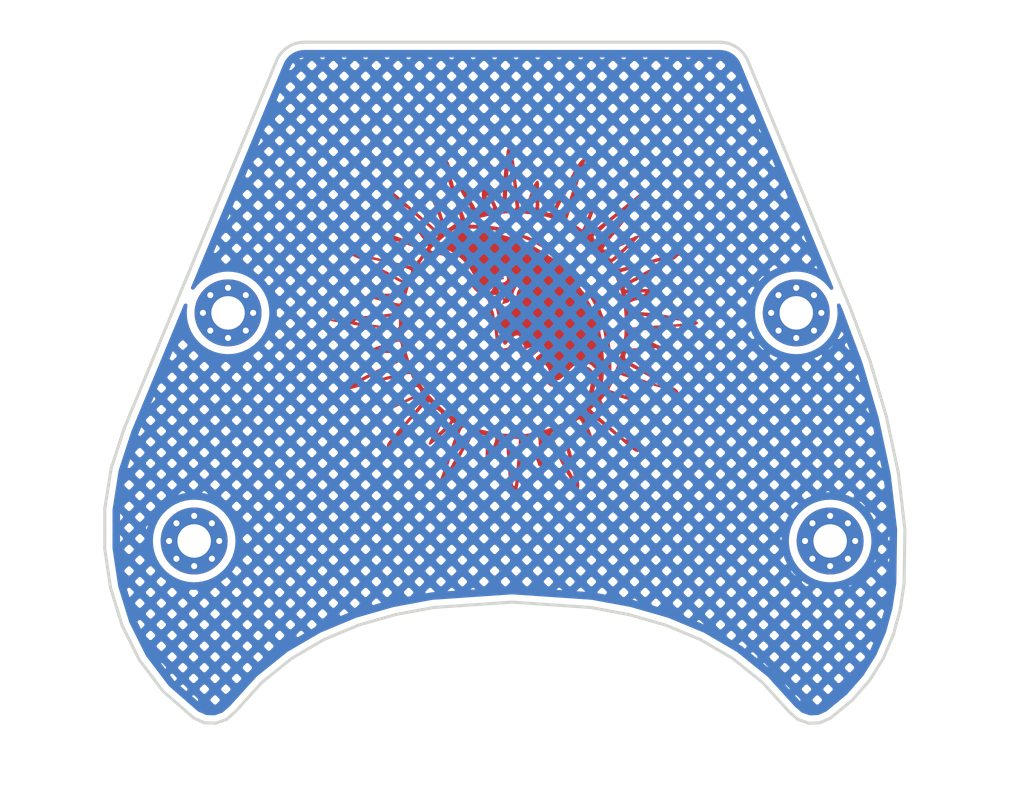
<source format=kicad_pcb>
(kicad_pcb (version 20211014) (generator pcbnew)
  (layers (0 "F.Cu" signal) (31 "B.Cu" signal) (34 "B.Paste" user) (35 "F.Paste" user) (36 "B.SilkS" user "B.Silkscreen") (37 "F.SilkS" user "F.Silkscreen") (38 "B.Mask" user) (39 "F.Mask" user) (44 "Edge.Cuts" user))
  (net 0 "")
  (footprint "the-moon:moon" (layer "F.Cu") (at 148.095159 87.273449)
    (fp_text reference "G***" hide)
    (fp_text value "LOGO" hide)
  )
  (footprint "MountingHole:MountingHole_2.2mm_M2_Pad_Via" (layer "F.Cu") (at 166.777318 86.487)
    (fp_text reference "REF**" hide)
    (fp_text value "MountingHole_2.2mm_M2_Pad_Via")
  )
  (footprint "the-moon:moon" (layer "F.Cu") (at 148.095159 87.273449)
    (fp_text reference "G***" hide)
    (fp_text value "LOGO" hide)
  )
  (footprint "MountingHole:MountingHole_2.2mm_M2_Pad_Via" (layer "F.Cu") (at 129.413 86.487)
    (fp_text reference "REF**" hide)
    (fp_text value "MountingHole_2.2mm_M2_Pad_Via")
  )
  (footprint "MountingHole:MountingHole_2.2mm_M2_Pad_Via" (layer "F.Cu") (at 169.005396 101.487)
    (fp_text reference "REF**" hide)
    (fp_text value "MountingHole_2.2mm_M2_Pad_Via")
  )
  (footprint "MountingHole:MountingHole_2.2mm_M2_Pad_Via" (layer "F.Cu") (at 127.184922 101.487)
    (fp_text reference "REF**" hide)
    (fp_text value "MountingHole_2.2mm_M2_Pad_Via")
  )
  (gr_line (start 128.604136 113.468205) (end 127.847562 113.436237) (layer "Edge.Cuts") (width 0.2))
  (gr_line (start 170.353587 86.231357) (end 163.597878 69.921633) (layer "Edge.Cuts") (width 0.2))
  (gr_line (start 173.486053 96.989033) (end 172.693689 93.274821) (layer "Edge.Cuts") (width 0.2))
  (gr_line (start 169.033917 113.126996) (end 168.343606 113.437833) (layer "Edge.Cuts") (width 0.2))
  (gr_line (start 121.307722 99.374529) (end 121.305396 102.001988) (layer "Edge.Cuts") (width 0.2))
  (gr_line (start 135.727635 107.964224) (end 138.010637 107.015413) (layer "Edge.Cuts") (width 0.2))
  (gr_line (start 132.59244 69.921633) (end 122.583922 94.084333) (layer "Edge.Cuts") (width 0.2))
  (gr_line (start 121.305396 102.001988) (end 121.687775 104.570097) (layer "Edge.Cuts") (width 0.2))
  (gr_arc (start 132.59244 69.921633) (mid 133.329059 69.024061) (end 134.440199 68.687) (layer "Edge.Cuts") (width 0.2))
  (gr_line (start 131.644343 110.78123) (end 133.597518 109.207526) (layer "Edge.Cuts") (width 0.2))
  (gr_line (start 173.920068 100.707931) (end 173.486053 96.989033) (layer "Edge.Cuts") (width 0.2))
  (gr_line (start 173.155863 107.668074) (end 173.603871 106.029016) (layer "Edge.Cuts") (width 0.2))
  (gr_line (start 125.140595 111.368198) (end 127.157103 113.125282) (layer "Edge.Cuts") (width 0.2))
  (gr_line (start 142.923917 105.859897) (end 148.095579 105.506413) (layer "Edge.Cuts") (width 0.2))
  (gr_line (start 167.587209 113.469818) (end 166.87311 113.218358) (layer "Edge.Cuts") (width 0.2))
  (gr_line (start 148.095579 105.506413) (end 153.26724 105.860359) (layer "Edge.Cuts") (width 0.2))
  (gr_line (start 122.443592 107.027912) (end 123.583919 109.31546) (layer "Edge.Cuts") (width 0.2))
  (gr_line (start 164.546816 110.782657) (end 166.303309 112.71906) (layer "Edge.Cuts") (width 0.2))
  (gr_line (start 172.497341 109.212084) (end 173.155863 107.668074) (layer "Edge.Cuts") (width 0.2))
  (gr_line (start 129.318365 113.216605) (end 128.604136 113.468205) (layer "Edge.Cuts") (width 0.2))
  (gr_line (start 160.463517 107.965319) (end 162.593636 109.2088) (layer "Edge.Cuts") (width 0.2))
  (gr_line (start 155.771893 106.325679) (end 158.180515 107.016311) (layer "Edge.Cuts") (width 0.2))
  (gr_line (start 129.88786 112.717504) (end 131.644343 110.78123) (layer "Edge.Cuts") (width 0.2))
  (gr_line (start 171.632785 89.665445) (end 170.353587 86.231357) (layer "Edge.Cuts") (width 0.2))
  (gr_line (start 122.583922 94.084333) (end 121.723016 96.726876) (layer "Edge.Cuts") (width 0.2))
  (gr_line (start 138.010637 107.015413) (end 140.419261 106.324993) (layer "Edge.Cuts") (width 0.2))
  (gr_line (start 129.88786 112.717504) (end 129.318365 113.216605) (layer "Edge.Cuts") (width 0.2))
  (gr_arc (start 161.750119 68.687) (mid 162.861259 69.024061) (end 163.597878 69.921633) (layer "Edge.Cuts") (width 0.2))
  (gr_line (start 133.597518 109.207526) (end 135.727635 107.964224) (layer "Edge.Cuts") (width 0.2))
  (gr_line (start 140.419261 106.324993) (end 142.923917 105.859897) (layer "Edge.Cuts") (width 0.2))
  (gr_line (start 162.593636 109.2088) (end 164.546816 110.782657) (layer "Edge.Cuts") (width 0.2))
  (gr_line (start 127.847562 113.436237) (end 127.157103 113.125282) (layer "Edge.Cuts") (width 0.2))
  (gr_line (start 173.603871 106.029016) (end 173.865295 104.311421) (layer "Edge.Cuts") (width 0.2))
  (gr_line (start 123.583919 109.31546) (end 125.140595 111.368198) (layer "Edge.Cuts") (width 0.2))
  (gr_line (start 173.865295 104.311421) (end 173.920068 100.707931) (layer "Edge.Cuts") (width 0.2))
  (gr_line (start 172.693689 93.274821) (end 171.632785 89.665445) (layer "Edge.Cuts") (width 0.2))
  (gr_line (start 158.180515 107.016311) (end 160.463517 107.965319) (layer "Edge.Cuts") (width 0.2))
  (gr_line (start 121.723016 96.726876) (end 121.307722 99.374529) (layer "Edge.Cuts") (width 0.2))
  (gr_line (start 121.687775 104.570097) (end 122.443592 107.027912) (layer "Edge.Cuts") (width 0.2))
  (gr_line (start 166.87311 113.218358) (end 166.303309 112.71906) (layer "Edge.Cuts") (width 0.2))
  (gr_line (start 171.604835 110.645483) (end 172.497341 109.212084) (layer "Edge.Cuts") (width 0.2))
  (gr_line (start 170.456516 111.954284) (end 171.604835 110.645483) (layer "Edge.Cuts") (width 0.2))
  (gr_line (start 153.26724 105.860359) (end 155.771893 106.325679) (layer "Edge.Cuts") (width 0.2))
  (gr_line (start 169.033917 113.126996) (end 170.456516 111.954284) (layer "Edge.Cuts") (width 0.2))
  (gr_line (start 161.750119 68.687) (end 134.440199 68.687) (layer "Edge.Cuts") (width 0.2))
  (gr_line (start 168.343606 113.437833) (end 167.587209 113.469818) (layer "Edge.Cuts") (width 0.2))
  (zone (net 0) (net_name "") (layer "F.Cu") (connect_pads (clearance 0)) (min_thickness 0.254) (fill yes (thermal_gap 0.508) (thermal_bridge_width 0.508))
    (polygon (pts (xy 148.463 81.28) (xy 150.622 82.296) (xy 152.019 83.566) (xy 153.162 84.836) (xy 154.051 86.995) (xy 154.432 88.646) (xy 154.559 90.424) (xy 154.305 91.44) (xy 153.67 92.329) (xy 152.527 93.218) (xy 152.908 92.456) (xy 153.289 91.567) (xy 153.416 90.551) (xy 153.162 90.17) (xy 152.654 90.043) (xy 152.273 90.297) (xy 151.892 90.678) (xy 151.257 91.186) (xy 150.876 91.186) (xy 150.495 91.059) (xy 150.241 90.551) (xy 149.987 90.17) (xy 149.479 89.789) (xy 149.352 89.281) (xy 148.844 89.408) (xy 148.463 88.9) (xy 148.336 88.646) (xy 147.701 88.9) (xy 147.193 88.9) (xy 147.066 88.011) (xy 146.812 86.741) (xy 146.685 85.725) (xy 146.304 85.344) (xy 145.923 85.09) (xy 145.161 84.074) (xy 144.526 83.185) (xy 144.145 82.804) (xy 143.383 82.55) (xy 142.494 82.55) (xy 142.621 82.296) (xy 143.383 81.534) (xy 144.145 81.026) (xy 144.653 80.772) (xy 146.177 80.772)))
  )
  (zone (net 0) (net_name "") (layer "B.Cu") (connect_pads (clearance 0.508)) (min_thickness 0.254) (fill yes (mode hatch) (thermal_gap 0.508) (thermal_bridge_width 0.508) (hatch_thickness 0.5) (hatch_gap 0.5) (hatch_orientation 45) (hatch_smoothing_level 1) (hatch_smoothing_value 0.1) (hatch_border_algorithm hatch_thickness) (hatch_min_hole_area 0.3))
    (polygon (pts (xy 175.768 117.983) (xy 120.142 117.983) (xy 120.396 65.913) (xy 175.387 65.913)))
  )
)
</source>
